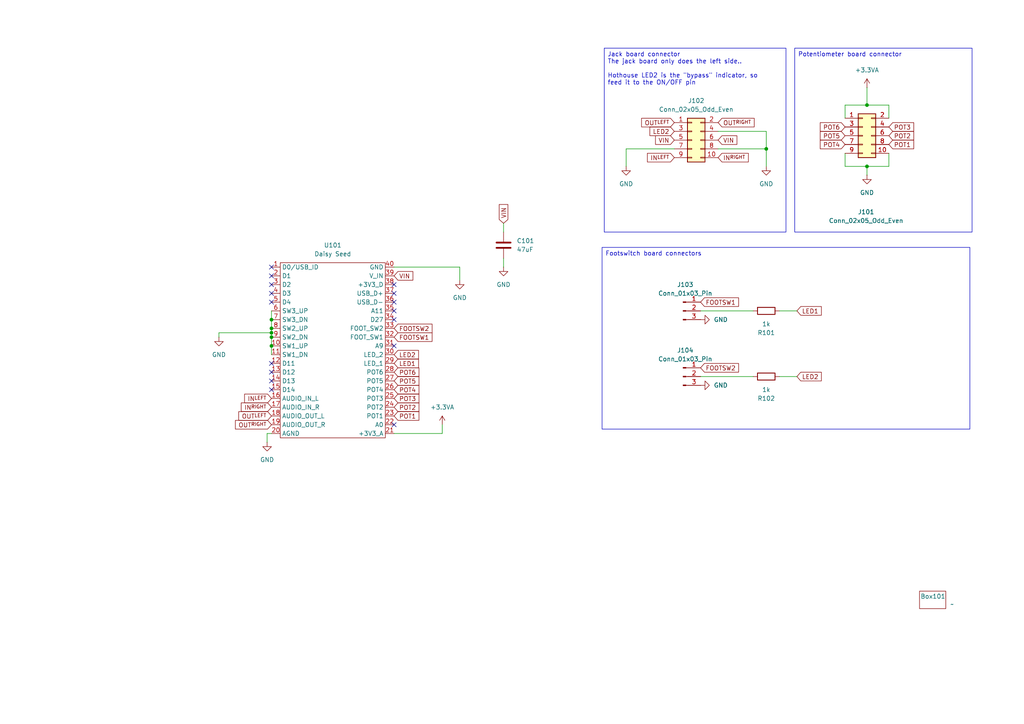
<source format=kicad_sch>
(kicad_sch (version 20250114) (generator "eeschema") (generator_version "9.0")
  (paper "A4")
  (lib_symbols
    (symbol "Connector:Conn_01x03_Pin" (pin_names (offset 1.016) (hide yes))
      (property "Reference" "J" (at 0 5.08 0))
      (property "Value" "Conn_01x03_Pin" (at 0 -5.08 0))
      (symbol "Conn_01x03_Pin_1_1"
        (rectangle (start 0.8636 2.667) (end 0 2.413) (stroke (width 0.1524)) (fill (type outline)))
        (rectangle (start 0.8636 0.127) (end 0 -0.127) (stroke (width 0.1524)) (fill (type outline)))
        (rectangle (start 0.8636 -2.413) (end 0 -2.667) (stroke (width 0.1524)) (fill (type outline)))
        (polyline (pts (xy 1.27 2.54) (xy 0.8636 2.54)) (stroke (width 0.1524)))
        (polyline (pts (xy 1.27 0) (xy 0.8636 0)) (stroke (width 0.1524)))
        (polyline (pts (xy 1.27 -2.54) (xy 0.8636 -2.54)) (stroke (width 0.1524)))
        (pin passive line (at 5.08 2.54 180) (length 3.81) (name "Pin_1") (number "1"))
        (pin passive line (at 5.08 0 180) (length 3.81) (name "Pin_2") (number "2"))
        (pin passive line (at 5.08 -2.54 180) (length 3.81) (name "Pin_3") (number "3"))
      )
    )
    (symbol "Connector_Generic:Conn_02x05_Odd_Even" (pin_names (offset 1.016) (hide yes))
      (property "Reference" "J" (at 1.27 7.62 0))
      (property "Value" "Conn_02x05_Odd_Even" (at 1.27 -7.62 0))
      (symbol "Conn_02x05_Odd_Even_1_1"
        (rectangle (start -1.27 6.35) (end 3.81 -6.35) (stroke (width 0.254)) (fill (type background)))
        (rectangle (start -1.27 5.207) (end 0 4.953) (stroke (width 0.1524)))
        (rectangle (start -1.27 2.667) (end 0 2.413) (stroke (width 0.1524)))
        (rectangle (start -1.27 0.127) (end 0 -0.127) (stroke (width 0.1524)))
        (rectangle (start -1.27 -2.413) (end 0 -2.667) (stroke (width 0.1524)))
        (rectangle (start -1.27 -4.953) (end 0 -5.207) (stroke (width 0.1524)))
        (rectangle (start 3.81 5.207) (end 2.54 4.953) (stroke (width 0.1524)))
        (rectangle (start 3.81 2.667) (end 2.54 2.413) (stroke (width 0.1524)))
        (rectangle (start 3.81 0.127) (end 2.54 -0.127) (stroke (width 0.1524)))
        (rectangle (start 3.81 -2.413) (end 2.54 -2.667) (stroke (width 0.1524)))
        (rectangle (start 3.81 -4.953) (end 2.54 -5.207) (stroke (width 0.1524)))
        (pin passive line (at -5.08 5.08 0) (length 3.81) (name "Pin_1") (number "1"))
        (pin passive line (at -5.08 2.54 0) (length 3.81) (name "Pin_3") (number "3"))
        (pin passive line (at -5.08 0 0) (length 3.81) (name "Pin_5") (number "5"))
        (pin passive line (at -5.08 -2.54 0) (length 3.81) (name "Pin_7") (number "7"))
        (pin passive line (at -5.08 -5.08 0) (length 3.81) (name "Pin_9") (number "9"))
        (pin passive line (at 7.62 5.08 180) (length 3.81) (name "Pin_2") (number "2"))
        (pin passive line (at 7.62 2.54 180) (length 3.81) (name "Pin_4") (number "4"))
        (pin passive line (at 7.62 0 180) (length 3.81) (name "Pin_6") (number "6"))
        (pin passive line (at 7.62 -2.54 180) (length 3.81) (name "Pin_8") (number "8"))
        (pin passive line (at 7.62 -5.08 180) (length 3.81) (name "Pin_10") (number "10"))
      )
    )
    (symbol "Device:C" (pin_numbers (hide yes)) (pin_names (offset 0.254))
      (property "Reference" "C" (at 0.635 2.54 0))
      (property "Value" "C" (at 0.635 -2.54 0))
      (symbol "C_0_1"
        (polyline (pts (xy -2.032 0.762) (xy 2.032 0.762)) (stroke (width 0.508)))
        (polyline (pts (xy -2.032 -0.762) (xy 2.032 -0.762)) (stroke (width 0.508)))
      )
      (symbol "C_1_1"
        (pin passive line (at 0 3.81 270) (length 2.794) (name "~") (number "1"))
        (pin passive line (at 0 -3.81 90) (length 2.794) (name "~") (number "2"))
      )
    )
    (symbol "Device:R" (pin_numbers (hide yes)) (pin_names (offset 0))
      (property "Reference" "R" (at 2.032 0 90))
      (property "Value" "R" (at 0 0 90))
      (symbol "R_0_1"
        (rectangle (start -1.016 -2.54) (end 1.016 2.54) (stroke (width 0.254)))
      )
      (symbol "R_1_1"
        (pin passive line (at 0 3.81 270) (length 1.27) (name "~") (number "1"))
        (pin passive line (at 0 -3.81 90) (length 1.27) (name "~") (number "2"))
      )
    )
    (symbol "Mylib:Daisy_Seed" (exclude_from_sim yes)
      (property "Reference" "U" (at 0 11.43 0))
      (property "Value" "Daisy Seed" (at 0 0 0))
      (symbol "Daisy_Seed_0_1"
        (rectangle (start -15.24 25.4) (end 15.24 -25.4))
      )
      (symbol "Daisy_Seed_1_1"
        (pin bidirectional line (at -17.78 24.13 0) (length 2.54) (name "D0/USB_ID") (number "1"))
        (pin bidirectional line (at -17.78 21.59 0) (length 2.54) (name "D1") (number "2"))
        (pin bidirectional line (at -17.78 19.05 0) (length 2.54) (name "D2") (number "3"))
        (pin bidirectional line (at -17.78 16.51 0) (length 2.54) (name "D3") (number "4"))
        (pin bidirectional line (at -17.78 13.97 0) (length 2.54) (name "D4") (number "5"))
        (pin input line (at -17.78 11.43 0) (length 2.54) (name "SW3_UP") (number "6"))
        (pin input line (at -17.78 8.89 0) (length 2.54) (name "SW3_DN") (number "7"))
        (pin input line (at -17.78 6.35 0) (length 2.54) (name "SW2_UP") (number "8"))
        (pin input line (at -17.78 3.81 0) (length 2.54) (name "SW2_DN") (number "9"))
        (pin input line (at -17.78 1.27 0) (length 2.54) (name "SW1_UP") (number "10"))
        (pin input line (at -17.78 -1.27 0) (length 2.54) (name "SW1_DN") (number "11"))
        (pin bidirectional line (at -17.78 -3.81 0) (length 2.54) (name "D11") (number "12"))
        (pin bidirectional line (at -17.78 -6.35 0) (length 2.54) (name "D12") (number "13"))
        (pin bidirectional line (at -17.78 -8.89 0) (length 2.54) (name "D13") (number "14"))
        (pin bidirectional line (at -17.78 -11.43 0) (length 2.54) (name "D14") (number "15"))
        (pin input line (at -17.78 -13.97 0) (length 2.54) (name "AUDIO_IN_L") (number "16"))
        (pin input line (at -17.78 -16.51 0) (length 2.54) (name "AUDIO_IN_R") (number "17"))
        (pin output line (at -17.78 -19.05 0) (length 2.54) (name "AUDIO_OUT_L") (number "18"))
        (pin output line (at -17.78 -21.59 0) (length 2.54) (name "AUDIO_OUT_R") (number "19"))
        (pin power_in line (at -17.78 -24.13 0) (length 2.54) (name "AGND") (number "20"))
        (pin power_in line (at 17.78 24.13 180) (length 2.54) (name "GND") (number "40"))
        (pin power_in line (at 17.78 21.59 180) (length 2.54) (name "V_IN") (number "39"))
        (pin power_out line (at 17.78 19.05 180) (length 2.54) (name "+3V3_D") (number "38"))
        (pin bidirectional line (at 17.78 16.51 180) (length 2.54) (name "USB_D+") (number "37"))
        (pin bidirectional line (at 17.78 13.97 180) (length 2.54) (name "USB_D-") (number "36"))
        (pin input line (at 17.78 11.43 180) (length 2.54) (name "A11") (number "35"))
        (pin input line (at 17.78 8.89 180) (length 2.54) (name "D27") (number "34"))
        (pin input line (at 17.78 6.35 180) (length 2.54) (name "FOOT_SW2") (number "33"))
        (pin input line (at 17.78 3.81 180) (length 2.54) (name "FOOT_SW1") (number "32"))
        (pin input line (at 17.78 1.27 180) (length 2.54) (name "A9") (number "31"))
        (pin output line (at 17.78 -1.27 180) (length 2.54) (name "LED_2") (number "30"))
        (pin input line (at 17.78 -3.81 180) (length 2.54) (name "LED_1") (number "29"))
        (pin input line (at 17.78 -6.35 180) (length 2.54) (name "POT6") (number "28"))
        (pin input line (at 17.78 -8.89 180) (length 2.54) (name "POT5") (number "27"))
        (pin input line (at 17.78 -11.43 180) (length 2.54) (name "POT4") (number "26"))
        (pin input line (at 17.78 -13.97 180) (length 2.54) (name "POT3") (number "25"))
        (pin input line (at 17.78 -16.51 180) (length 2.54) (name "POT2") (number "24"))
        (pin input line (at 17.78 -19.05 180) (length 2.54) (name "POT1") (number "23"))
        (pin input line (at 17.78 -21.59 180) (length 2.54) (name "A0") (number "22"))
        (pin power_out line (at 17.78 -24.13 180) (length 2.54) (name "+3V3_A") (number "21"))
      )
    )
    (symbol "Mylib:Enclosure_125B" (exclude_from_sim yes) (in_bom no)
      (property "Reference" "Box" (at 0 0 0))
      (property "Value" "125B" (at 0 -2.54 0))
      (symbol "Enclosure_125B_0_1"
        (rectangle (start -3.81 1.27) (end 3.81 -3.81))
      )
    )
    (symbol "power:+3.3VA" (power) (pin_numbers (hide yes)) (pin_names (offset 0) (hide yes))
      (property "Value" "+3.3VA" (at 0 3.556 0))
      (symbol "+3.3VA_0_1"
        (polyline (pts (xy -0.762 1.27) (xy 0 2.54)))
        (polyline (pts (xy 0 2.54) (xy 0.762 1.27)))
        (polyline (pts (xy 0 0) (xy 0 2.54)))
      )
      (symbol "+3.3VA_1_1"
        (pin power_in line (at 0 0 90) (length 0) (name "~") (number "1"))
      )
    )
    (symbol "power:GND" (power) (pin_numbers (hide yes)) (pin_names (offset 0) (hide yes))
      (property "Value" "GND" (at 0 -3.81 0))
      (symbol "GND_0_1"
        (polyline (pts (xy 0 0) (xy 0 -1.27) (xy 1.27 -1.27) (xy 0 -2.54) (xy -1.27 -1.27) (xy 0 -1.27)))
      )
      (symbol "GND_1_1"
        (pin power_in line (at 0 0 270) (length 0) (name "~") (number "1"))
      )
    )
  )
  (text_box "Potentiometer board connector" (at 230.505 13.97 0) (size 51.435 53.34) (margins 0.9525 0.9525 0.9525 0.9525) (effects (font (size 1.27 1.27)) (justify left top)))
  (text_box "Footswitch board connectors" (at 174.625 71.755 0) (size 106.68 52.705) (margins 0.9525 0.9525 0.9525 0.9525) (effects (font (size 1.27 1.27)) (justify left top)))
  (text_box "Jack board connector\nThe jack board only does the left side..\n\nHothouse LED2 is the \"bypass\" indicator, so\nfeed it to the ON/OFF pin" (at 175.26 13.97 0) (size 52.705 53.34) (margins 0.9525 0.9525 0.9525 0.9525) (effects (font (size 1.27 1.27)) (justify left top)))
  (junction (at 78.74 100.33))
  (junction (at 78.74 95.25))
  (junction (at 78.74 92.71))
  (junction (at 251.46 48.26))
  (junction (at 251.46 30.48))
  (junction (at 78.74 97.79))
  (junction (at 78.74 96.52))
  (junction (at 222.25 43.18))
  (no_connect (at 114.3 90.17))
  (no_connect (at 78.74 80.01))
  (no_connect (at 114.3 87.63))
  (no_connect (at 114.3 82.55))
  (no_connect (at 78.74 113.03))
  (no_connect (at 114.3 85.09))
  (no_connect (at 78.74 77.47))
  (no_connect (at 78.74 110.49))
  (no_connect (at 114.3 92.71))
  (no_connect (at 78.74 87.63))
  (no_connect (at 78.74 82.55))
  (no_connect (at 78.74 105.41))
  (no_connect (at 78.74 85.09))
  (no_connect (at 78.74 107.95))
  (no_connect (at 114.3 123.19))
  (no_connect (at 114.3 100.33))
  (wire (pts (xy 78.74 95.25) (xy 78.74 96.52)))
  (wire (pts (xy 133.35 77.47) (xy 114.3 77.47)))
  (wire (pts (xy 251.46 48.26) (xy 257.81 48.26)))
  (wire (pts (xy 245.11 30.48) (xy 251.46 30.48)))
  (wire (pts (xy 245.11 34.29) (xy 245.11 30.48)))
  (wire (pts (xy 222.25 43.18) (xy 222.25 48.26)))
  (wire (pts (xy 251.46 25.4) (xy 251.46 30.48)))
  (wire (pts (xy 78.74 100.33) (xy 78.74 102.87)))
  (wire (pts (xy 77.47 125.73) (xy 78.74 125.73)))
  (wire (pts (xy 63.5 96.52) (xy 63.5 97.79)))
  (wire (pts (xy 231.14 90.17) (xy 226.06 90.17)))
  (wire (pts (xy 245.11 48.26) (xy 251.46 48.26)))
  (wire (pts (xy 146.05 74.93) (xy 146.05 77.47)))
  (wire (pts (xy 78.74 96.52) (xy 78.74 97.79)))
  (wire (pts (xy 133.35 81.28) (xy 133.35 77.47)))
  (wire (pts (xy 245.11 44.45) (xy 245.11 48.26)))
  (wire (pts (xy 257.81 30.48) (xy 257.81 34.29)))
  (wire (pts (xy 208.28 43.18) (xy 222.25 43.18)))
  (wire (pts (xy 78.74 96.52) (xy 63.5 96.52)))
  (wire (pts (xy 218.44 90.17) (xy 203.2 90.17)))
  (wire (pts (xy 146.05 64.77) (xy 146.05 67.31)))
  (wire (pts (xy 78.74 97.79) (xy 78.74 100.33)))
  (wire (pts (xy 78.74 92.71) (xy 78.74 95.25)))
  (wire (pts (xy 181.61 43.18) (xy 195.58 43.18)))
  (wire (pts (xy 77.47 128.27) (xy 77.47 125.73)))
  (wire (pts (xy 128.27 125.73) (xy 114.3 125.73)))
  (wire (pts (xy 251.46 48.26) (xy 251.46 50.8)))
  (wire (pts (xy 128.27 123.19) (xy 128.27 125.73)))
  (wire (pts (xy 257.81 44.45) (xy 257.81 48.26)))
  (wire (pts (xy 222.25 38.1) (xy 222.25 43.18)))
  (wire (pts (xy 251.46 30.48) (xy 257.81 30.48)))
  (wire (pts (xy 181.61 43.18) (xy 181.61 48.26)))
  (wire (pts (xy 218.44 109.22) (xy 203.2 109.22)))
  (wire (pts (xy 208.28 38.1) (xy 222.25 38.1)))
  (wire (pts (xy 78.74 90.17) (xy 78.74 92.71)))
  (wire (pts (xy 231.14 109.22) (xy 226.06 109.22)))
  (global_label "FOOTSW2" (shape input) (at 114.3 95.25 0) (property "Intersheetrefs" "${INTERSHEET_REFS}" (effects (hide yes))))
  (global_label "IN^{RIGHT}" (shape input) (at 208.28 45.72 0) (property "Intersheetrefs" "${INTERSHEET_REFS}" (effects (hide yes))))
  (global_label "POT6" (shape input) (at 245.11 36.83 180) (property "Intersheetrefs" "${INTERSHEET_REFS}" (effects (hide yes))))
  (global_label "OUT^{LEFT}" (shape input) (at 195.58 35.56 180) (property "Intersheetrefs" "${INTERSHEET_REFS}" (effects (hide yes))))
  (global_label "POT6" (shape input) (at 114.3 107.95 0) (property "Intersheetrefs" "${INTERSHEET_REFS}" (effects (hide yes))))
  (global_label "IN^{RIGHT}" (shape input) (at 78.74 118.11 180) (property "Intersheetrefs" "${INTERSHEET_REFS}" (effects (hide yes))))
  (global_label "LED1" (shape input) (at 231.14 90.17 0) (property "Intersheetrefs" "${INTERSHEET_REFS}" (effects (hide yes))))
  (global_label "OUT^{RIGHT}" (shape input) (at 78.74 123.19 180) (property "Intersheetrefs" "${INTERSHEET_REFS}" (effects (hide yes))))
  (global_label "OUT^{LEFT}" (shape input) (at 78.74 120.65 180) (property "Intersheetrefs" "${INTERSHEET_REFS}" (effects (hide yes))))
  (global_label "OUT^{RIGHT}" (shape input) (at 208.28 35.56 0) (property "Intersheetrefs" "${INTERSHEET_REFS}" (effects (hide yes))))
  (global_label "POT2" (shape input) (at 114.3 118.11 0) (property "Intersheetrefs" "${INTERSHEET_REFS}" (effects (hide yes))))
  (global_label "POT2" (shape input) (at 257.81 39.37 0) (property "Intersheetrefs" "${INTERSHEET_REFS}" (effects (hide yes))))
  (global_label "POT4" (shape input) (at 114.3 113.03 0) (property "Intersheetrefs" "${INTERSHEET_REFS}" (effects (hide yes))))
  (global_label "IN^{LEFT}" (shape input) (at 195.58 45.72 180) (property "Intersheetrefs" "${INTERSHEET_REFS}" (effects (hide yes))))
  (global_label "LED2" (shape input) (at 195.58 38.1 180) (property "Intersheetrefs" "${INTERSHEET_REFS}" (effects (hide yes))))
  (global_label "POT4" (shape input) (at 245.11 41.91 180) (property "Intersheetrefs" "${INTERSHEET_REFS}" (effects (hide yes))))
  (global_label "LED1" (shape input) (at 114.3 105.41 0) (property "Intersheetrefs" "${INTERSHEET_REFS}" (effects (hide yes))))
  (global_label "VIN" (shape input) (at 114.3 80.01 0) (property "Intersheetrefs" "${INTERSHEET_REFS}" (effects (hide yes))))
  (global_label "VIN" (shape input) (at 208.28 40.64 0) (property "Intersheetrefs" "${INTERSHEET_REFS}" (effects (hide yes))))
  (global_label "POT3" (shape input) (at 114.3 115.57 0) (property "Intersheetrefs" "${INTERSHEET_REFS}" (effects (hide yes))))
  (global_label "VIN" (shape input) (at 146.05 64.77 90) (property "Intersheetrefs" "${INTERSHEET_REFS}" (effects (hide yes))))
  (global_label "POT3" (shape input) (at 257.81 36.83 0) (property "Intersheetrefs" "${INTERSHEET_REFS}" (effects (hide yes))))
  (global_label "FOOTSW2" (shape input) (at 203.2 106.68 0) (property "Intersheetrefs" "${INTERSHEET_REFS}" (effects (hide yes))))
  (global_label "POT5" (shape input) (at 245.11 39.37 180) (property "Intersheetrefs" "${INTERSHEET_REFS}" (effects (hide yes))))
  (global_label "LED2" (shape input) (at 231.14 109.22 0) (property "Intersheetrefs" "${INTERSHEET_REFS}" (effects (hide yes))))
  (global_label "FOOTSW1" (shape input) (at 114.3 97.79 0) (property "Intersheetrefs" "${INTERSHEET_REFS}" (effects (hide yes))))
  (global_label "POT1" (shape input) (at 257.81 41.91 0) (property "Intersheetrefs" "${INTERSHEET_REFS}" (effects (hide yes))))
  (global_label "FOOTSW1" (shape input) (at 203.2 87.63 0) (property "Intersheetrefs" "${INTERSHEET_REFS}" (effects (hide yes))))
  (global_label "POT5" (shape input) (at 114.3 110.49 0) (property "Intersheetrefs" "${INTERSHEET_REFS}" (effects (hide yes))))
  (global_label "LED2" (shape input) (at 114.3 102.87 0) (property "Intersheetrefs" "${INTERSHEET_REFS}" (effects (hide yes))))
  (global_label "VIN" (shape input) (at 195.58 40.64 180) (property "Intersheetrefs" "${INTERSHEET_REFS}" (effects (hide yes))))
  (global_label "IN^{LEFT}" (shape input) (at 78.74 115.57 180) (property "Intersheetrefs" "${INTERSHEET_REFS}" (effects (hide yes))))
  (global_label "POT1" (shape input) (at 114.3 120.65 0) (property "Intersheetrefs" "${INTERSHEET_REFS}" (effects (hide yes))))
  (symbol (lib_id "power:GND") (at 63.5 97.79 0) (unit 1)
    (property "Reference" "#PWR0108" (effects (hide yes)))
    (property "Value" "GND" (at 63.5 102.87 0))
    (property "Description" "Power symbol creates a global label with name \"GND\" , ground" (effects (hide yes)))
  )
  (symbol (lib_id "Connector_Generic:Conn_02x05_Odd_Even") (at 250.19 39.37 0) (unit 1) (exclude_from_sim yes)
    (property "Reference" "J101" (at 251.206 61.468 0))
    (property "Value" "Conn_02x05_Odd_Even" (at 251.206 64.008 0))
    (property "Footprint" "Connector_PinHeader_1.27mm:PinHeader_2x05_P1.27mm_Vertical_SMD" (effects (hide yes)))
    (property "Description" "Generic connector, double row, 02x05, odd/even pin numbering scheme (row 1 odd numbers, row 2 even numbers), script generated (kicad-library-utils/schlib/autogen/connector/)" (effects (hide yes)))
  )
  (symbol (lib_id "power:GND") (at 133.35 81.28 0) (unit 1)
    (property "Reference" "#PWR0106" (effects (hide yes)))
    (property "Value" "GND" (at 133.35 86.36 0))
    (property "Description" "Power symbol creates a global label with name \"GND\" , ground" (effects (hide yes)))
  )
  (symbol (lib_id "Mylib:Daisy_Seed") (at 96.52 101.6 0) (unit 1) (exclude_from_sim yes)
    (property "Reference" "U101" (at 96.52 71.12 0))
    (property "Value" "Daisy Seed" (at 96.52 73.66 0))
    (property "Footprint" "Mylib:DaisySeed" (effects (hide yes)))
    (property "Datasheet" "https://electro-smith.com/products/daisy-seed" (effects (hide yes)))
    (property "Description" "Electrosmith Daisy Seed w/ Hothouse Pedal layout" (effects (hide yes)))
    (property "Hothouse" "https://clevelandmusicco.com/hothouse-diy-digital-signal-processing-platform-kit/" (effects (hide yes)))
  )
  (symbol (lib_id "Mylib:Enclosure_125B") (at 270.51 172.72 0) (unit 1)
    (property "Reference" "Box101" (at 266.954 172.974 0) (effects (justify left)))
    (property "Value" "~" (at 275.59 175.2599 0) (effects (justify left)))
    (property "Footprint" "Mylib:125B" (effects (hide yes)))
    (property "Description" "125B enclosure outline" (effects (hide yes)))
  )
  (symbol (lib_id "power:GND") (at 203.2 92.71 90) (unit 1)
    (property "Reference" "#PWR0107" (effects (hide yes)))
    (property "Value" "GND" (at 207.01 92.7099 90) (effects (justify right)))
    (property "Description" "Power symbol creates a global label with name \"GND\" , ground" (effects (hide yes)))
  )
  (symbol (lib_id "power:GND") (at 251.46 50.8 0) (unit 1)
    (property "Reference" "#PWR0104" (effects (hide yes)))
    (property "Value" "GND" (at 251.46 55.88 0))
    (property "Description" "Power symbol creates a global label with name \"GND\" , ground" (effects (hide yes)))
  )
  (symbol (lib_id "power:+3.3VA") (at 251.46 25.4 0) (unit 1)
    (property "Reference" "#PWR0101" (effects (hide yes)))
    (property "Value" "+3.3VA" (at 251.46 20.32 0))
    (property "Description" "Power symbol creates a global label with name \"+3.3VA\"" (effects (hide yes)))
  )
  (symbol (lib_id "Device:R") (at 222.25 90.17 90) (mirror x) (unit 1)
    (property "Reference" "R101" (at 222.25 96.52 90))
    (property "Value" "1k" (at 222.25 93.98 90))
    (property "Footprint" "Resistor_SMD:R_0805_2012Metric" (effects (hide yes)))
    (property "Description" "Resistor" (effects (hide yes)))
  )
  (symbol (lib_id "power:+3.3VA") (at 128.27 123.19 0) (unit 1)
    (property "Reference" "#PWR0110" (effects (hide yes)))
    (property "Value" "+3.3VA" (at 128.27 118.11 0))
    (property "Description" "Power symbol creates a global label with name \"+3.3VA\"" (effects (hide yes)))
  )
  (symbol (lib_id "power:GND") (at 146.05 77.47 0) (unit 1)
    (property "Reference" "#PWR0105" (effects (hide yes)))
    (property "Value" "GND" (at 146.05 82.55 0))
    (property "Description" "Power symbol creates a global label with name \"GND\" , ground" (effects (hide yes)))
  )
  (symbol (lib_id "Device:C") (at 146.05 71.12 0) (unit 1)
    (property "Reference" "C101" (at 149.86 69.8499 0) (effects (justify left)))
    (property "Value" "47uF" (at 149.86 72.3899 0) (effects (justify left)))
    (property "Footprint" "Capacitor_SMD:C_1206_3216Metric" (effects (hide yes)))
    (property "Description" "Unpolarized capacitor" (effects (hide yes)))
  )
  (symbol (lib_id "power:GND") (at 181.61 48.26 0) (unit 1)
    (property "Reference" "#PWR0102" (effects (hide yes)))
    (property "Value" "GND" (at 181.61 53.34 0))
    (property "Description" "Power symbol creates a global label with name \"GND\" , ground" (effects (hide yes)))
  )
  (symbol (lib_id "Device:R") (at 222.25 109.22 90) (mirror x) (unit 1)
    (property "Reference" "R102" (at 222.25 115.57 90))
    (property "Value" "1k" (at 222.25 113.03 90))
    (property "Footprint" "Resistor_SMD:R_0805_2012Metric" (effects (hide yes)))
    (property "Description" "Resistor" (effects (hide yes)))
  )
  (symbol (lib_id "power:GND") (at 203.2 111.76 90) (unit 1)
    (property "Reference" "#PWR0109" (effects (hide yes)))
    (property "Value" "GND" (at 207.01 111.7599 90) (effects (justify right)))
    (property "Description" "Power symbol creates a global label with name \"GND\" , ground" (effects (hide yes)))
  )
  (symbol (lib_id "Connector:Conn_01x03_Pin") (at 198.12 109.22 0) (unit 1)
    (property "Reference" "J104" (at 198.755 101.6 0))
    (property "Value" "Conn_01x03_Pin" (at 198.755 104.14 0))
    (property "Footprint" "Connector_JST:JST_ZH_B3B-ZR_1x03_P1.50mm_Vertical" (effects (hide yes)))
    (property "Description" "Generic connector, single row, 01x03, script generated" (effects (hide yes)))
  )
  (symbol (lib_id "power:GND") (at 77.47 128.27 0) (unit 1)
    (property "Reference" "#PWR0111" (effects (hide yes)))
    (property "Value" "GND" (at 77.47 133.35 0))
    (property "Description" "Power symbol creates a global label with name \"GND\" , ground" (effects (hide yes)))
  )
  (symbol (lib_id "Connector_Generic:Conn_02x05_Odd_Even") (at 200.66 40.64 0) (unit 1) (exclude_from_sim yes)
    (property "Reference" "J102" (at 201.93 29.21 0))
    (property "Value" "Conn_02x05_Odd_Even" (at 201.93 31.75 0))
    (property "Footprint" "Connector_IDC:IDC-Header_2x05_P2.54mm_Vertical" (effects (hide yes)))
    (property "Description" "Generic connector, double row, 02x05, odd/even pin numbering scheme (row 1 odd numbers, row 2 even numbers), script generated (kicad-library-utils/schlib/autogen/connector/)" (effects (hide yes)))
  )
  (symbol (lib_id "Connector:Conn_01x03_Pin") (at 198.12 90.17 0) (unit 1)
    (property "Reference" "J103" (at 198.755 82.55 0))
    (property "Value" "Conn_01x03_Pin" (at 198.755 85.09 0))
    (property "Footprint" "Connector_JST:JST_ZH_B3B-ZR_1x03_P1.50mm_Vertical" (effects (hide yes)))
    (property "Description" "Generic connector, single row, 01x03, script generated" (effects (hide yes)))
  )
  (symbol (lib_id "power:GND") (at 222.25 48.26 0) (unit 1)
    (property "Reference" "#PWR0103" (effects (hide yes)))
    (property "Value" "GND" (at 222.25 53.34 0))
    (property "Description" "Power symbol creates a global label with name \"GND\" , ground" (effects (hide yes)))
  )
)
</source>
